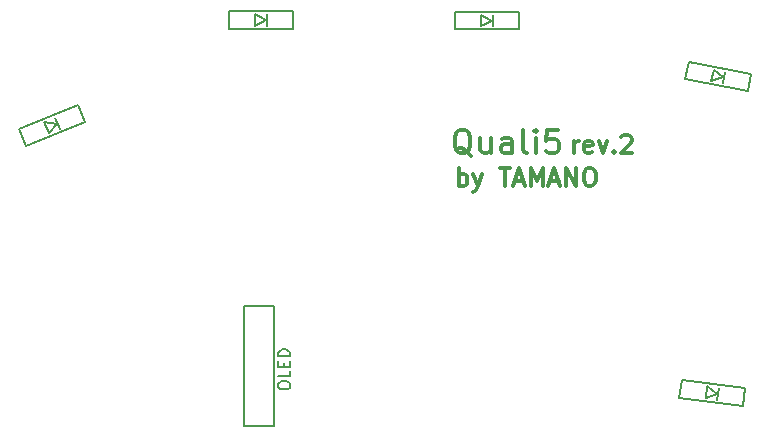
<source format=gto>
%TF.GenerationSoftware,KiCad,Pcbnew,(5.1.9-0-10_14)*%
%TF.CreationDate,2021-06-22T22:50:01+09:00*%
%TF.ProjectId,quali5,7175616c-6935-42e6-9b69-6361645f7063,rev?*%
%TF.SameCoordinates,Original*%
%TF.FileFunction,Legend,Top*%
%TF.FilePolarity,Positive*%
%FSLAX46Y46*%
G04 Gerber Fmt 4.6, Leading zero omitted, Abs format (unit mm)*
G04 Created by KiCad (PCBNEW (5.1.9-0-10_14)) date 2021-06-22 22:50:01*
%MOMM*%
%LPD*%
G01*
G04 APERTURE LIST*
%ADD10C,0.300000*%
%ADD11C,0.150000*%
G04 APERTURE END LIST*
D10*
X139917142Y-115268571D02*
X139917142Y-114268571D01*
X139917142Y-114554285D02*
X139988571Y-114411428D01*
X140060000Y-114340000D01*
X140202857Y-114268571D01*
X140345714Y-114268571D01*
X141417142Y-115197142D02*
X141274285Y-115268571D01*
X140988571Y-115268571D01*
X140845714Y-115197142D01*
X140774285Y-115054285D01*
X140774285Y-114482857D01*
X140845714Y-114340000D01*
X140988571Y-114268571D01*
X141274285Y-114268571D01*
X141417142Y-114340000D01*
X141488571Y-114482857D01*
X141488571Y-114625714D01*
X140774285Y-114768571D01*
X141988571Y-114268571D02*
X142345714Y-115268571D01*
X142702857Y-114268571D01*
X143274285Y-115125714D02*
X143345714Y-115197142D01*
X143274285Y-115268571D01*
X143202857Y-115197142D01*
X143274285Y-115125714D01*
X143274285Y-115268571D01*
X143917142Y-113911428D02*
X143988571Y-113840000D01*
X144131428Y-113768571D01*
X144488571Y-113768571D01*
X144631428Y-113840000D01*
X144702857Y-113911428D01*
X144774285Y-114054285D01*
X144774285Y-114197142D01*
X144702857Y-114411428D01*
X143845714Y-115268571D01*
X144774285Y-115268571D01*
X130160000Y-118068571D02*
X130160000Y-116568571D01*
X130160000Y-117140000D02*
X130302857Y-117068571D01*
X130588571Y-117068571D01*
X130731428Y-117140000D01*
X130802857Y-117211428D01*
X130874285Y-117354285D01*
X130874285Y-117782857D01*
X130802857Y-117925714D01*
X130731428Y-117997142D01*
X130588571Y-118068571D01*
X130302857Y-118068571D01*
X130160000Y-117997142D01*
X131374285Y-117068571D02*
X131731428Y-118068571D01*
X132088571Y-117068571D02*
X131731428Y-118068571D01*
X131588571Y-118425714D01*
X131517142Y-118497142D01*
X131374285Y-118568571D01*
X133588571Y-116568571D02*
X134445714Y-116568571D01*
X134017142Y-118068571D02*
X134017142Y-116568571D01*
X134874285Y-117640000D02*
X135588571Y-117640000D01*
X134731428Y-118068571D02*
X135231428Y-116568571D01*
X135731428Y-118068571D01*
X136231428Y-118068571D02*
X136231428Y-116568571D01*
X136731428Y-117640000D01*
X137231428Y-116568571D01*
X137231428Y-118068571D01*
X137874285Y-117640000D02*
X138588571Y-117640000D01*
X137731428Y-118068571D02*
X138231428Y-116568571D01*
X138731428Y-118068571D01*
X139231428Y-118068571D02*
X139231428Y-116568571D01*
X140088571Y-118068571D01*
X140088571Y-116568571D01*
X141088571Y-116568571D02*
X141374285Y-116568571D01*
X141517142Y-116640000D01*
X141660000Y-116782857D01*
X141731428Y-117068571D01*
X141731428Y-117568571D01*
X141660000Y-117854285D01*
X141517142Y-117997142D01*
X141374285Y-118068571D01*
X141088571Y-118068571D01*
X140945714Y-117997142D01*
X140802857Y-117854285D01*
X140731428Y-117568571D01*
X140731428Y-117068571D01*
X140802857Y-116782857D01*
X140945714Y-116640000D01*
X141088571Y-116568571D01*
X131214523Y-115485238D02*
X131024047Y-115390000D01*
X130833571Y-115199523D01*
X130547857Y-114913809D01*
X130357380Y-114818571D01*
X130166904Y-114818571D01*
X130262142Y-115294761D02*
X130071666Y-115199523D01*
X129881190Y-115009047D01*
X129785952Y-114628095D01*
X129785952Y-113961428D01*
X129881190Y-113580476D01*
X130071666Y-113390000D01*
X130262142Y-113294761D01*
X130643095Y-113294761D01*
X130833571Y-113390000D01*
X131024047Y-113580476D01*
X131119285Y-113961428D01*
X131119285Y-114628095D01*
X131024047Y-115009047D01*
X130833571Y-115199523D01*
X130643095Y-115294761D01*
X130262142Y-115294761D01*
X132833571Y-113961428D02*
X132833571Y-115294761D01*
X131976428Y-113961428D02*
X131976428Y-115009047D01*
X132071666Y-115199523D01*
X132262142Y-115294761D01*
X132547857Y-115294761D01*
X132738333Y-115199523D01*
X132833571Y-115104285D01*
X134643095Y-115294761D02*
X134643095Y-114247142D01*
X134547857Y-114056666D01*
X134357380Y-113961428D01*
X133976428Y-113961428D01*
X133785952Y-114056666D01*
X134643095Y-115199523D02*
X134452619Y-115294761D01*
X133976428Y-115294761D01*
X133785952Y-115199523D01*
X133690714Y-115009047D01*
X133690714Y-114818571D01*
X133785952Y-114628095D01*
X133976428Y-114532857D01*
X134452619Y-114532857D01*
X134643095Y-114437619D01*
X135881190Y-115294761D02*
X135690714Y-115199523D01*
X135595476Y-115009047D01*
X135595476Y-113294761D01*
X136643095Y-115294761D02*
X136643095Y-113961428D01*
X136643095Y-113294761D02*
X136547857Y-113390000D01*
X136643095Y-113485238D01*
X136738333Y-113390000D01*
X136643095Y-113294761D01*
X136643095Y-113485238D01*
X138547857Y-113294761D02*
X137595476Y-113294761D01*
X137500238Y-114247142D01*
X137595476Y-114151904D01*
X137785952Y-114056666D01*
X138262142Y-114056666D01*
X138452619Y-114151904D01*
X138547857Y-114247142D01*
X138643095Y-114437619D01*
X138643095Y-114913809D01*
X138547857Y-115104285D01*
X138452619Y-115199523D01*
X138262142Y-115294761D01*
X137785952Y-115294761D01*
X137595476Y-115199523D01*
X137500238Y-115104285D01*
D11*
%TO.C,D5*%
X152147208Y-135154662D02*
X152025338Y-136147208D01*
X151987018Y-135638748D02*
X151154662Y-135032792D01*
X151154662Y-135032792D02*
X151032792Y-136025338D01*
X151032792Y-136025338D02*
X151987018Y-135638748D01*
X149001527Y-134516543D02*
X154361277Y-135174638D01*
X154361277Y-135174638D02*
X154178473Y-136663457D01*
X154178473Y-136663457D02*
X148818723Y-136005362D01*
X148818723Y-136005362D02*
X149001527Y-134516543D01*
%TO.C,D4*%
X152692745Y-108389490D02*
X152510510Y-109372745D01*
X152503302Y-108862894D02*
X151709490Y-108207255D01*
X151709490Y-108207255D02*
X151527255Y-109190510D01*
X151527255Y-109190510D02*
X152503302Y-108862894D01*
X149591888Y-107560523D02*
X154901465Y-108544595D01*
X154901465Y-108544595D02*
X154628112Y-110019477D01*
X154628112Y-110019477D02*
X149318535Y-109035405D01*
X149318535Y-109035405D02*
X149591888Y-107560523D01*
%TO.C,D3*%
X133040000Y-103560000D02*
X133040000Y-104560000D01*
X132940000Y-104060000D02*
X132040000Y-103560000D01*
X132040000Y-103560000D02*
X132040000Y-104560000D01*
X132040000Y-104560000D02*
X132940000Y-104060000D01*
X129840000Y-103310000D02*
X135240000Y-103310000D01*
X135240000Y-103310000D02*
X135240000Y-104810000D01*
X135240000Y-104810000D02*
X129840000Y-104810000D01*
X129840000Y-104810000D02*
X129840000Y-103310000D01*
%TO.C,D2*%
X113910000Y-103490000D02*
X113910000Y-104490000D01*
X113810000Y-103990000D02*
X112910000Y-103490000D01*
X112910000Y-103490000D02*
X112910000Y-104490000D01*
X112910000Y-104490000D02*
X113810000Y-103990000D01*
X110710000Y-103240000D02*
X116110000Y-103240000D01*
X116110000Y-103240000D02*
X116110000Y-104740000D01*
X116110000Y-104740000D02*
X110710000Y-104740000D01*
X110710000Y-104740000D02*
X110710000Y-103240000D01*
%TO.C,D1*%
X95986289Y-112299105D02*
X96360895Y-113226289D01*
X96080874Y-112800157D02*
X95059105Y-112673711D01*
X95059105Y-112673711D02*
X95433711Y-113600895D01*
X95433711Y-113600895D02*
X96080874Y-112800157D01*
X92925649Y-113266050D02*
X97932441Y-111243174D01*
X97932441Y-111243174D02*
X98494351Y-112633950D01*
X98494351Y-112633950D02*
X93487559Y-114656826D01*
X93487559Y-114656826D02*
X92925649Y-113266050D01*
%TO.C,OL1*%
X114480000Y-138360000D02*
X111940000Y-138360000D01*
X111940000Y-128200000D02*
X114480000Y-128200000D01*
X111940000Y-138360000D02*
X111940000Y-128200000D01*
X114480000Y-138360000D02*
X114480000Y-128200000D01*
X114862380Y-135042380D02*
X114862380Y-134851904D01*
X114910000Y-134756666D01*
X115005238Y-134661428D01*
X115195714Y-134613809D01*
X115529047Y-134613809D01*
X115719523Y-134661428D01*
X115814761Y-134756666D01*
X115862380Y-134851904D01*
X115862380Y-135042380D01*
X115814761Y-135137619D01*
X115719523Y-135232857D01*
X115529047Y-135280476D01*
X115195714Y-135280476D01*
X115005238Y-135232857D01*
X114910000Y-135137619D01*
X114862380Y-135042380D01*
X115862380Y-133709047D02*
X115862380Y-134185238D01*
X114862380Y-134185238D01*
X115338571Y-133375714D02*
X115338571Y-133042380D01*
X115862380Y-132899523D02*
X115862380Y-133375714D01*
X114862380Y-133375714D01*
X114862380Y-132899523D01*
X115862380Y-132470952D02*
X114862380Y-132470952D01*
X114862380Y-132232857D01*
X114910000Y-132090000D01*
X115005238Y-131994761D01*
X115100476Y-131947142D01*
X115290952Y-131899523D01*
X115433809Y-131899523D01*
X115624285Y-131947142D01*
X115719523Y-131994761D01*
X115814761Y-132090000D01*
X115862380Y-132232857D01*
X115862380Y-132470952D01*
%TD*%
M02*

</source>
